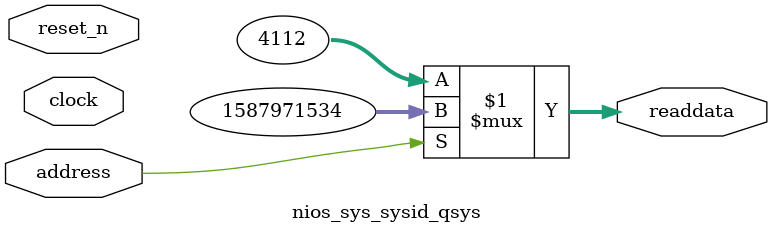
<source format=v>



// synthesis translate_off
`timescale 1ns / 1ps
// synthesis translate_on

// turn off superfluous verilog processor warnings 
// altera message_level Level1 
// altera message_off 10034 10035 10036 10037 10230 10240 10030 

module nios_sys_sysid_qsys (
               // inputs:
                address,
                clock,
                reset_n,

               // outputs:
                readdata
             )
;

  output  [ 31: 0] readdata;
  input            address;
  input            clock;
  input            reset_n;

  wire    [ 31: 0] readdata;
  //control_slave, which is an e_avalon_slave
  assign readdata = address ? 1587971534 : 4112;

endmodule



</source>
